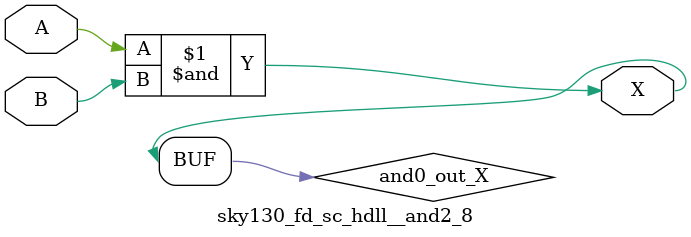
<source format=v>
/*
 * Copyright 2020 The SkyWater PDK Authors
 *
 * Licensed under the Apache License, Version 2.0 (the "License");
 * you may not use this file except in compliance with the License.
 * You may obtain a copy of the License at
 *
 *     https://www.apache.org/licenses/LICENSE-2.0
 *
 * Unless required by applicable law or agreed to in writing, software
 * distributed under the License is distributed on an "AS IS" BASIS,
 * WITHOUT WARRANTIES OR CONDITIONS OF ANY KIND, either express or implied.
 * See the License for the specific language governing permissions and
 * limitations under the License.
 *
 * SPDX-License-Identifier: Apache-2.0
*/


`ifndef SKY130_FD_SC_HDLL__AND2_8_FUNCTIONAL_V
`define SKY130_FD_SC_HDLL__AND2_8_FUNCTIONAL_V

/**
 * and2: 2-input AND.
 *
 * Verilog simulation functional model.
 */

`timescale 1ns / 1ps
`default_nettype none

`celldefine
module sky130_fd_sc_hdll__and2_8 (
    X,
    A,
    B
);

    // Module ports
    output X;
    input  A;
    input  B;

    // Local signals
    wire and0_out_X;

    //  Name  Output      Other arguments
    and and0 (and0_out_X, A, B           );
    buf buf0 (X         , and0_out_X     );

endmodule
`endcelldefine

`default_nettype wire
`endif  // SKY130_FD_SC_HDLL__AND2_8_FUNCTIONAL_V

</source>
